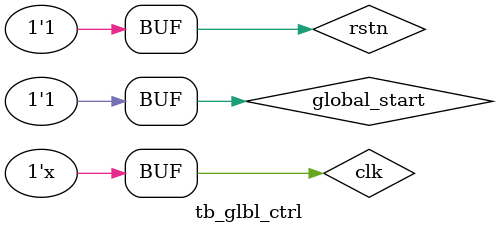
<source format=v>
`timescale 1ns / 1ps


module tb_glbl_ctrl();
    wire [3:0] start, clear;
    wire [3:0] done;
    reg clk, rstn, global_start;
    wire global_done;
    wire             x_en1,     x_en2,     x_en3,     x_en4;
    wire [1:0]     x_addr1,   x_addr2,   x_addr3,   x_addr4;
    wire             w_en1,     w_en2,     w_en3,     w_en4;
    wire [9:0]     w_addr1,   w_addr2,   w_addr3,   w_addr4;
    wire          save_en1,  save_en2,  save_en3,  save_en4;
    wire [9:0]  save_addr1,save_addr2,save_addr3,save_addr4;
    reg  [3:0] img_cnt, input_cnt;
    
    initial begin
        clk <= 0;
        rstn <= 0;
        global_start <= 0;
        
        #15 rstn <= 1;
        #10 global_start <= 1;
        
    end
    
    always@(*) begin
        #5 clk <= ~clk;
    end
    
    
    glbl_ctrl DUT(
    .clk_i(clk),       
    .rstn_i(rstn),      
    .start_i(global_start),     
    .done_i(done),      
    .start_o(start),     
    .clear_o(clear),     
    .done_o(global_done),      
    .img_cnt(img_cnt),
    .input_cnt(input_cnt),
    );
    
    loc_ctrl1 ctrl1(
    .clk_i(clk),
    .clear_i(clear[0]), //초기화
    .start_i(start[0]),
    .x_en(x_en1),
    .w_en(w_en1),
    .w_addr(w_addr1),
    .save_en(save_en1),    //저장 
    .save_addr(save_addr1),  //저장 주소
    .done(done[0])
    );
    
    loc_ctrl2 ctrl2(
    .clk_i(clk),
    .clear_i(clear[1]), //초기화
    .start_i(start[1]),
    .x_en(x_en2),
    .w_en(w_en2),
    .w_addr(w_addr2),
    .save_en(save_en2),    //저장 
    .save_addr(save_addr2),  //저장 주소
    .done(done[1])
    );
    
    loc_ctrl3 ctrl3(
    .clk_i(clk),
    .clear_i(clear[2]), //초기화
    .start_i(start[2]),
    .valid_i(save_en2),
    .x_en(x_en3),
    .x_addr(x_addr3),
    .w_en(w_en3),
    .w_addr(w_addr3),
    .save_en(save_en3),    //저장 
    .done(done[2])
    );
    
    loc_ctrl4 ctrl4(
    .clk_i(clk),
    .clear_i(clear[3]), //초기화
    .start_i(start[3]),
    .x_en(x_en4),
    .x_addr(x_addr4),
    .w_en(w_en4),
    .w_addr(w_addr4),
    .save_en(save_en4),    //저장 
    .done(done[3])
    );
    
endmodule

</source>
